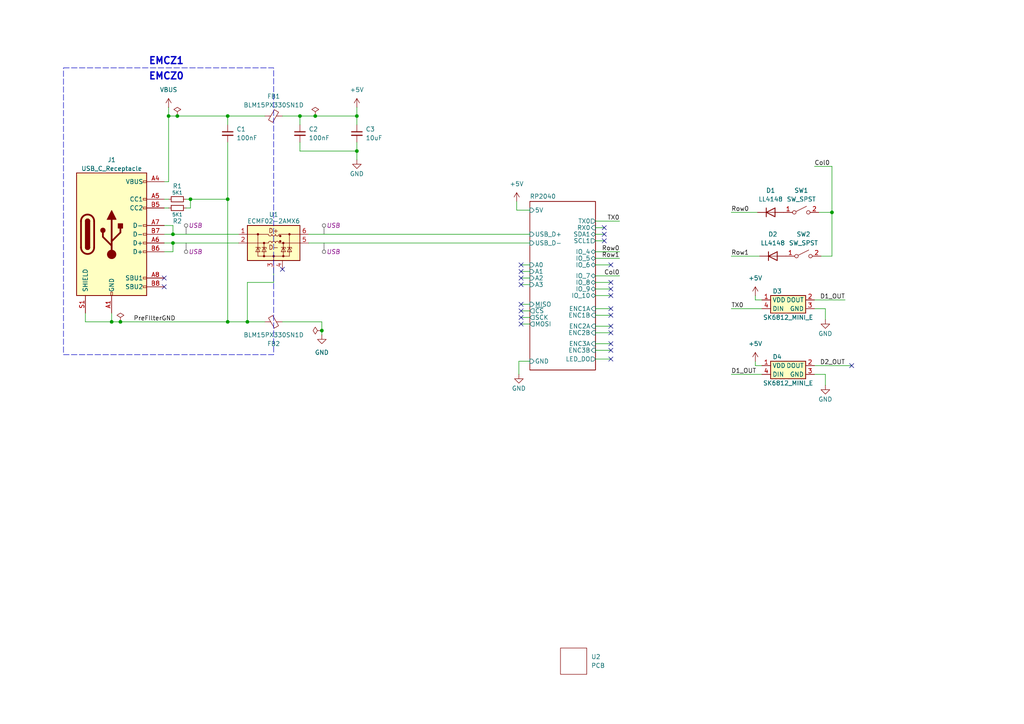
<source format=kicad_sch>
(kicad_sch (version 20231120) (generator "eeschema") (generator_version "8.0")
  (paper "A4")
  (title_block (title "Crumb Catcher") (date "2023-10-25") (rev "A") (company "MadMan"))
  (lib_symbols
    (symbol "Connector:USB_C_Receptacle_USB2.0_16P" (pin_names (offset 1.016))
      (property "Reference" "J" (at 0 22.225 0))
      (property "Value" "USB_C_Receptacle_USB2.0_16P" (at 0 19.685 0))
      (symbol "USB_C_Receptacle_USB2.0_16P_0_0"
        (rectangle (start -0.254 -17.78) (end 0.254 -16.764))
        (rectangle (start 10.16 -14.986) (end 9.144 -15.494))
        (rectangle (start 10.16 -12.446) (end 9.144 -12.954))
        (rectangle (start 10.16 -4.826) (end 9.144 -5.334))
        (rectangle (start 10.16 -2.286) (end 9.144 -2.794))
        (rectangle (start 10.16 0.254) (end 9.144 -0.254))
        (rectangle (start 10.16 2.794) (end 9.144 2.286))
        (rectangle (start 10.16 7.874) (end 9.144 7.366))
        (rectangle (start 10.16 10.414) (end 9.144 9.906))
        (rectangle (start 10.16 15.494) (end 9.144 14.986))
      )
      (symbol "USB_C_Receptacle_USB2.0_16P_0_1"
        (rectangle (start -10.16 17.78) (end 10.16 -17.78) (stroke (width 0.254)) (fill (type background)))
        (arc (start -8.89 -3.81) (mid -6.985 -5.7067) (end -5.08 -3.81) (stroke (width 0.508)))
        (arc (start -7.62 -3.81) (mid -6.985 -4.4423) (end -6.35 -3.81) (stroke (width 0.254)))
        (arc (start -7.62 -3.81) (mid -6.985 -4.4423) (end -6.35 -3.81) (stroke (width 0.254)) (fill (type outline)))
        (rectangle (start -7.62 -3.81) (end -6.35 3.81) (stroke (width 0.254)) (fill (type outline)))
        (arc (start -6.35 3.81) (mid -6.985 4.4423) (end -7.62 3.81) (stroke (width 0.254)))
        (arc (start -6.35 3.81) (mid -6.985 4.4423) (end -7.62 3.81) (stroke (width 0.254)) (fill (type outline)))
        (arc (start -5.08 3.81) (mid -6.985 5.7067) (end -8.89 3.81) (stroke (width 0.508)))
        (circle (center -2.54 1.143) (radius 0.635) (stroke (width 0.254)) (fill (type outline)))
        (circle (center 0 -5.842) (radius 1.27) (fill (type outline)))
        (polyline (pts (xy -8.89 -3.81) (xy -8.89 3.81)) (stroke (width 0.508)))
        (polyline (pts (xy -5.08 3.81) (xy -5.08 -3.81)) (stroke (width 0.508)))
        (polyline (pts (xy 0 -5.842) (xy 0 4.318)) (stroke (width 0.508)))
        (polyline (pts (xy 0 -3.302) (xy -2.54 -0.762) (xy -2.54 0.508)) (stroke (width 0.508)))
        (polyline (pts (xy 0 -2.032) (xy 2.54 0.508) (xy 2.54 1.778)) (stroke (width 0.508)))
        (polyline (pts (xy -1.27 4.318) (xy 0 6.858) (xy 1.27 4.318) (xy -1.27 4.318)) (stroke (width 0.254)) (fill (type outline)))
        (rectangle (start 1.905 1.778) (end 3.175 3.048) (stroke (width 0.254)) (fill (type outline)))
      )
      (symbol "USB_C_Receptacle_USB2.0_16P_1_1"
        (pin passive line (at 0 -22.86 90) (length 5.08) (name "GND") (number "A1"))
        (pin passive line (at 0 -22.86 90) (length 5.08) hide (name "GND") (number "A12"))
        (pin passive line (at 15.24 15.24 180) (length 5.08) (name "VBUS") (number "A4"))
        (pin bidirectional line (at 15.24 10.16 180) (length 5.08) (name "CC1") (number "A5"))
        (pin bidirectional line (at 15.24 -2.54 180) (length 5.08) (name "D+") (number "A6"))
        (pin bidirectional line (at 15.24 2.54 180) (length 5.08) (name "D-") (number "A7"))
        (pin bidirectional line (at 15.24 -12.7 180) (length 5.08) (name "SBU1") (number "A8"))
        (pin passive line (at 15.24 15.24 180) (length 5.08) hide (name "VBUS") (number "A9"))
        (pin passive line (at 0 -22.86 90) (length 5.08) hide (name "GND") (number "B1"))
        (pin passive line (at 0 -22.86 90) (length 5.08) hide (name "GND") (number "B12"))
        (pin passive line (at 15.24 15.24 180) (length 5.08) hide (name "VBUS") (number "B4"))
        (pin bidirectional line (at 15.24 7.62 180) (length 5.08) (name "CC2") (number "B5"))
        (pin bidirectional line (at 15.24 -5.08 180) (length 5.08) (name "D+") (number "B6"))
        (pin bidirectional line (at 15.24 0 180) (length 5.08) (name "D-") (number "B7"))
        (pin bidirectional line (at 15.24 -15.24 180) (length 5.08) (name "SBU2") (number "B8"))
        (pin passive line (at 15.24 15.24 180) (length 5.08) hide (name "VBUS") (number "B9"))
        (pin passive line (at -7.62 -22.86 90) (length 5.08) (name "SHIELD") (number "S1"))
      )
    )
    (symbol "Device:C_Small" (pin_numbers hide) (pin_names (offset 0.254) hide)
      (property "Reference" "C" (at 0.254 1.778 0))
      (property "Value" "C_Small" (at 0.254 -2.032 0))
      (symbol "C_Small_0_1"
        (polyline (pts (xy -1.524 -0.508) (xy 1.524 -0.508)) (stroke (width 0.3302)))
        (polyline (pts (xy -1.524 0.508) (xy 1.524 0.508)) (stroke (width 0.3048)))
      )
      (symbol "C_Small_1_1"
        (pin passive line (at 0 2.54 270) (length 2.032) (name "~") (number "1"))
        (pin passive line (at 0 -2.54 90) (length 2.032) (name "~") (number "2"))
      )
    )
    (symbol "Device:FerriteBead_Small" (pin_numbers hide) (pin_names (offset 0))
      (property "Reference" "FB" (at 1.905 1.27 0))
      (property "Value" "FerriteBead_Small" (at 1.905 -1.27 0))
      (symbol "FerriteBead_Small_0_1"
        (polyline (pts (xy 0 -1.27) (xy 0 -0.7874)))
        (polyline (pts (xy 0 0.889) (xy 0 1.2954)))
        (polyline (pts (xy -1.8288 0.2794) (xy -1.1176 1.4986) (xy 1.8288 -0.2032) (xy 1.1176 -1.4224) (xy -1.8288 0.2794)))
      )
      (symbol "FerriteBead_Small_1_1"
        (pin passive line (at 0 2.54 270) (length 1.27) (name "~") (number "1"))
        (pin passive line (at 0 -2.54 90) (length 1.27) (name "~") (number "2"))
      )
    )
    (symbol "Device:R_Small" (pin_numbers hide) (pin_names (offset 0.254) hide)
      (property "Reference" "R" (at 0.762 0.508 0))
      (property "Value" "R_Small" (at 0.762 -1.016 0))
      (symbol "R_Small_0_1"
        (rectangle (start -0.762 1.778) (end 0.762 -1.778) (stroke (width 0.2032)))
      )
      (symbol "R_Small_1_1"
        (pin passive line (at 0 2.54 270) (length 0.762) (name "~") (number "1"))
        (pin passive line (at 0 -2.54 90) (length 0.762) (name "~") (number "2"))
      )
    )
    (symbol "Diode:LL4148" (pin_numbers hide) (pin_names hide)
      (property "Reference" "D" (at 0 2.54 0))
      (property "Value" "LL4148" (at 0 -2.54 0))
      (symbol "LL4148_0_1"
        (polyline (pts (xy -1.27 1.27) (xy -1.27 -1.27)) (stroke (width 0.254)))
        (polyline (pts (xy 1.27 0) (xy -1.27 0)))
        (polyline (pts (xy 1.27 1.27) (xy 1.27 -1.27) (xy -1.27 0) (xy 1.27 1.27)) (stroke (width 0.254)))
      )
      (symbol "LL4148_1_1"
        (pin passive line (at -3.81 0 0) (length 2.54) (name "K") (number "1"))
        (pin passive line (at 3.81 0 180) (length 2.54) (name "A") (number "2"))
      )
    )
    (symbol "Mad_Symbols:PCB"
      (property "Reference" "U" (at -3.048 4.826 0))
      (property "Value" "PCB" (at 0 -4.826 0))
      (symbol "PCB_0_1"
        (rectangle (start -3.81 3.81) (end 3.81 -3.81))
      )
    )
    (symbol "Mad_Symbols:SK6812_Mini_E"
      (property "Reference" "D" (at -4.572 3.81 0))
      (symbol "SK6812_Mini_E_0_1"
        (rectangle (start -5.08 2.54) (end 5.08 -2.54) (stroke (width 0.254)) (fill (type background)))
      )
      (symbol "SK6812_Mini_E_1_1"
        (pin power_in line (at -7.62 1.27 0) (length 2.54) (name "VDD") (number "1"))
        (pin passive line (at 7.62 1.27 180) (length 2.54) (name "DOUT") (number "2"))
        (pin power_in line (at 7.62 -1.27 180) (length 2.54) (name "GND") (number "3"))
        (pin passive line (at -7.62 -1.27 0) (length 2.54) (name "DIN") (number "4"))
      )
    )
    (symbol "Power_Protection:ECMF02-2AMX6" (pin_names (offset 0.0254) hide)
      (property "Reference" "U" (at 0 10.16 0))
      (property "Value" "ECMF02-2AMX6" (at 0 7.62 0))
      (symbol "ECMF02-2AMX6_0_1"
        (rectangle (start -7.62 5.08) (end 7.62 -5.08) (stroke (width 0.254)) (fill (type background)))
        (arc (start -1.524 2.5023) (mid -1.016 2.0306) (end -0.508 2.5023))
        (arc (start -0.508 0.0377) (mid -1.016 0.5094) (end -1.524 0.0377))
        (arc (start -0.508 2.5023) (mid 0 2.0306) (end 0.508 2.5023))
        (polyline (pts (xy -7.62 0) (xy -1.524 0)))
        (polyline (pts (xy -7.62 2.54) (xy -1.524 2.54)))
        (polyline (pts (xy -4.572 -3.81) (xy 4.572 -3.81)))
        (polyline (pts (xy -4.572 2.54) (xy -4.572 -3.81)))
        (polyline (pts (xy -2.794 0) (xy -2.794 -3.81)))
        (polyline (pts (xy 0 -5.08) (xy 0 -3.81)))
        (polyline (pts (xy 2.54 0) (xy 1.524 0)))
        (polyline (pts (xy 2.54 0) (xy 7.62 0)))
        (polyline (pts (xy 2.54 2.54) (xy 1.524 2.54)))
        (polyline (pts (xy 2.54 2.54) (xy 7.62 2.54)))
        (polyline (pts (xy 2.794 0) (xy 2.794 -3.81)))
        (polyline (pts (xy 4.572 2.54) (xy 4.572 -3.81)))
        (arc (start 0.508 0.0377) (mid 0 0.5094) (end -0.508 0.0377))
        (arc (start 0.508 2.5023) (mid 1.016 2.0306) (end 1.524 2.5023))
        (arc (start 1.524 0.0377) (mid 1.016 0.5094) (end 0.508 0.0377))
        (text "D+" (at 0 3.556 0) (effects (font (size 1.27 1.27))))
        (text "D-" (at 0 -1.27 0) (effects (font (size 1.27 1.27))))
      )
      (symbol "ECMF02-2AMX6_1_1"
        (circle (center -4.572 2.54) (radius 0.254) (fill (type outline)))
        (circle (center -2.794 -3.81) (radius 0.254) (fill (type outline)))
        (circle (center -2.794 0) (radius 0.254) (fill (type outline)))
        (circle (center 0 -3.81) (radius 0.254) (fill (type outline)))
        (polyline (pts (xy -3.937 -1.651) (xy -3.937 -1.27) (xy -5.207 -1.27)))
        (polyline (pts (xy -2.159 -1.651) (xy -2.159 -1.27) (xy -3.429 -1.27)))
        (polyline (pts (xy 3.429 -1.651) (xy 3.429 -1.27) (xy 2.159 -1.27)))
        (polyline (pts (xy 5.207 -1.651) (xy 5.207 -1.27) (xy 3.937 -1.27)))
        (polyline (pts (xy -5.207 -2.54) (xy -3.937 -2.54) (xy -4.572 -1.27) (xy -5.207 -2.54)))
        (polyline (pts (xy -3.429 -2.54) (xy -2.159 -2.54) (xy -2.794 -1.27) (xy -3.429 -2.54)))
        (polyline (pts (xy 3.429 -2.54) (xy 2.159 -2.54) (xy 2.794 -1.27) (xy 3.429 -2.54)))
        (polyline (pts (xy 5.207 -2.54) (xy 3.937 -2.54) (xy 4.572 -1.27) (xy 5.207 -2.54)))
        (circle (center 1.905 0.508) (radius 0.254) (fill (type outline)))
        (circle (center 1.905 2.032) (radius 0.254) (fill (type outline)))
        (circle (center 2.794 -3.81) (radius 0.254) (fill (type outline)))
        (circle (center 2.794 0) (radius 0.254) (fill (type outline)))
        (circle (center 4.572 2.54) (radius 0.254) (fill (type outline)))
        (pin passive line (at -10.16 2.54 0) (length 2.54) (name "D+_in") (number "1"))
        (pin passive line (at -10.16 0 0) (length 2.54) (name "D-_in") (number "2"))
        (pin power_in line (at 0 -7.62 90) (length 2.54) (name "GND") (number "3"))
        (pin free line (at 2.54 -7.62 90) (length 2.54) (name "NC") (number "4"))
        (pin passive line (at 10.16 0 180) (length 2.54) (name "D-_out") (number "5"))
        (pin passive line (at 10.16 2.54 180) (length 2.54) (name "D+_out") (number "6"))
      )
    )
    (symbol "Switch:SW_SPST" (pin_names (offset 0) hide)
      (property "Reference" "SW" (at 0 3.175 0))
      (property "Value" "SW_SPST" (at 0 -2.54 0))
      (symbol "SW_SPST_0_0"
        (circle (center -2.032 0) (radius 0.508))
        (polyline (pts (xy -1.524 0.254) (xy 1.524 1.778)))
        (circle (center 2.032 0) (radius 0.508))
      )
      (symbol "SW_SPST_1_1"
        (pin passive line (at -5.08 0 0) (length 2.54) (name "A") (number "1"))
        (pin passive line (at 5.08 0 180) (length 2.54) (name "B") (number "2"))
      )
    )
    (symbol "power:+5V" (power) (pin_numbers hide) (pin_names (offset 0) hide)
      (property "Value" "+5V" (at 0 3.556 0))
      (symbol "+5V_0_1"
        (polyline (pts (xy -0.762 1.27) (xy 0 2.54)))
        (polyline (pts (xy 0 0) (xy 0 2.54)))
        (polyline (pts (xy 0 2.54) (xy 0.762 1.27)))
      )
      (symbol "+5V_1_1"
        (pin power_in line (at 0 0 90) (length 0) (name "~") (number "1"))
      )
    )
    (symbol "power:GND" (power) (pin_numbers hide) (pin_names (offset 0) hide)
      (property "Value" "GND" (at 0 -3.81 0))
      (symbol "GND_0_1"
        (polyline (pts (xy 0 0) (xy 0 -1.27) (xy 1.27 -1.27) (xy 0 -2.54) (xy -1.27 -1.27) (xy 0 -1.27)))
      )
      (symbol "GND_1_1"
        (pin power_in line (at 0 0 270) (length 0) (name "~") (number "1"))
      )
    )
    (symbol "power:PWR_FLAG" (power) (pin_numbers hide) (pin_names (offset 0) hide)
      (property "Value" "PWR_FLAG" (at 0 3.81 0))
      (symbol "PWR_FLAG_0_0"
        (pin power_out line (at 0 0 90) (length 0) (name "~") (number "1"))
      )
      (symbol "PWR_FLAG_0_1"
        (polyline (pts (xy 0 0) (xy 0 1.27) (xy -1.016 1.905) (xy 0 2.54) (xy 1.016 1.905) (xy 0 1.27)))
      )
    )
    (symbol "power:VBUS" (power) (pin_numbers hide) (pin_names (offset 0) hide)
      (property "Value" "VBUS" (at 0 3.556 0))
      (symbol "VBUS_0_1"
        (polyline (pts (xy -0.762 1.27) (xy 0 2.54)))
        (polyline (pts (xy 0 0) (xy 0 2.54)))
        (polyline (pts (xy 0 2.54) (xy 0.762 1.27)))
      )
      (symbol "VBUS_1_1"
        (pin power_in line (at 0 0 90) (length 0) (name "~") (number "1"))
      )
    )
  )
  (junction (at 103.505 43.815))
  (junction (at 66.04 93.345))
  (junction (at 34.925 93.345))
  (junction (at 103.505 33.655))
  (junction (at 55.245 57.785))
  (junction (at 50.165 67.945))
  (junction (at 32.385 93.345))
  (junction (at 66.04 33.655))
  (junction (at 241.3 61.595))
  (junction (at 51.435 33.655))
  (junction (at 91.44 33.655))
  (junction (at 66.04 57.785))
  (junction (at 48.895 33.655))
  (junction (at 93.345 95.885))
  (junction (at 86.995 33.655))
  (junction (at 71.755 93.345))
  (junction (at 50.165 70.485))
  (no_connect (at 177.165 96.52))
  (no_connect (at 151.13 88.265))
  (no_connect (at 177.165 99.695))
  (no_connect (at 175.26 67.945))
  (no_connect (at 177.165 76.835))
  (no_connect (at 47.625 80.645))
  (no_connect (at 151.13 90.17))
  (no_connect (at 151.13 78.74))
  (no_connect (at 47.625 83.185))
  (no_connect (at 151.13 92.075))
  (no_connect (at 151.13 93.98))
  (no_connect (at 177.165 91.44))
  (no_connect (at 151.13 80.645))
  (no_connect (at 177.165 81.915))
  (no_connect (at 177.165 104.14))
  (no_connect (at 177.165 85.725))
  (no_connect (at 177.165 94.615))
  (no_connect (at 151.13 76.835))
  (no_connect (at 175.26 66.04))
  (no_connect (at 177.165 89.535))
  (no_connect (at 177.165 101.6))
  (no_connect (at 247.015 106.045))
  (no_connect (at 175.26 69.85))
  (no_connect (at 177.165 83.82))
  (no_connect (at 151.13 82.55))
  (no_connect (at 81.915 78.105))
  (wire (pts (xy 79.375 81.915) (xy 71.755 81.915)))
  (wire (pts (xy 91.44 33.655) (xy 103.505 33.655)))
  (wire (pts (xy 93.345 95.885) (xy 93.345 97.155)))
  (wire (pts (xy 241.3 61.595) (xy 237.49 61.595)))
  (wire (pts (xy 55.245 57.785) (xy 66.04 57.785)))
  (wire (pts (xy 150.495 108.585) (xy 150.495 104.775)))
  (wire (pts (xy 81.915 93.345) (xy 93.345 93.345)))
  (wire (pts (xy 24.765 93.345) (xy 24.765 90.805)))
  (wire (pts (xy 153.67 80.645) (xy 151.13 80.645)))
  (wire (pts (xy 239.395 92.71) (xy 239.395 89.535)))
  (wire (pts (xy 172.72 73.025) (xy 179.705 73.025)))
  (wire (pts (xy 172.72 96.52) (xy 177.165 96.52)))
  (wire (pts (xy 219.075 85.725) (xy 219.075 86.995)))
  (wire (pts (xy 66.04 36.195) (xy 66.04 33.655)))
  (wire (pts (xy 236.22 106.045) (xy 247.015 106.045)))
  (wire (pts (xy 47.625 65.405) (xy 50.165 65.405)))
  (wire (pts (xy 51.435 33.655) (xy 66.04 33.655)))
  (wire (pts (xy 219.075 106.045) (xy 220.98 106.045)))
  (wire (pts (xy 66.04 41.275) (xy 66.04 57.785)))
  (wire (pts (xy 236.22 86.995) (xy 245.11 86.995)))
  (wire (pts (xy 172.72 74.93) (xy 179.705 74.93)))
  (wire (pts (xy 172.72 80.01) (xy 179.705 80.01)))
  (wire (pts (xy 55.245 60.325) (xy 53.975 60.325)))
  (wire (pts (xy 172.72 94.615) (xy 177.165 94.615)))
  (wire (pts (xy 239.395 111.76) (xy 239.395 108.585)))
  (wire (pts (xy 172.72 69.85) (xy 175.26 69.85)))
  (wire (pts (xy 91.44 33.655) (xy 86.995 33.655)))
  (wire (pts (xy 149.86 58.42) (xy 149.86 60.96)))
  (wire (pts (xy 50.165 65.405) (xy 50.165 67.945)))
  (wire (pts (xy 236.22 108.585) (xy 239.395 108.585)))
  (wire (pts (xy 153.67 88.265) (xy 151.13 88.265)))
  (wire (pts (xy 50.165 67.945) (xy 69.215 67.945)))
  (wire (pts (xy 172.72 89.535) (xy 177.165 89.535)))
  (wire (pts (xy 153.67 76.835) (xy 151.13 76.835)))
  (wire (pts (xy 81.915 33.655) (xy 86.995 33.655)))
  (wire (pts (xy 71.755 81.915) (xy 71.755 93.345)))
  (wire (pts (xy 241.3 74.295) (xy 238.125 74.295)))
  (wire (pts (xy 172.72 66.04) (xy 175.26 66.04)))
  (wire (pts (xy 241.3 61.595) (xy 241.3 74.295)))
  (wire (pts (xy 86.995 43.815) (xy 103.505 43.815)))
  (wire (pts (xy 153.67 92.075) (xy 151.13 92.075)))
  (wire (pts (xy 172.72 91.44) (xy 177.165 91.44)))
  (wire (pts (xy 103.505 31.115) (xy 103.505 33.655)))
  (wire (pts (xy 48.895 52.705) (xy 48.895 33.655)))
  (wire (pts (xy 172.72 99.695) (xy 177.165 99.695)))
  (wire (pts (xy 89.535 70.485) (xy 153.67 70.485)))
  (wire (pts (xy 24.765 93.345) (xy 32.385 93.345)))
  (wire (pts (xy 66.04 33.655) (xy 76.835 33.655)))
  (wire (pts (xy 86.995 36.195) (xy 86.995 33.655)))
  (wire (pts (xy 149.86 60.96) (xy 153.67 60.96)))
  (wire (pts (xy 34.925 93.345) (xy 66.04 93.345)))
  (wire (pts (xy 172.72 64.135) (xy 179.705 64.135)))
  (wire (pts (xy 66.04 93.345) (xy 71.755 93.345)))
  (wire (pts (xy 47.625 57.785) (xy 48.895 57.785)))
  (wire (pts (xy 236.22 89.535) (xy 239.395 89.535)))
  (wire (pts (xy 150.495 104.775) (xy 153.67 104.775)))
  (wire (pts (xy 71.755 93.345) (xy 76.835 93.345)))
  (wire (pts (xy 153.67 78.74) (xy 151.13 78.74)))
  (wire (pts (xy 47.625 52.705) (xy 48.895 52.705)))
  (wire (pts (xy 86.995 41.275) (xy 86.995 43.815)))
  (wire (pts (xy 53.975 57.785) (xy 55.245 57.785)))
  (wire (pts (xy 219.075 104.775) (xy 219.075 106.045)))
  (wire (pts (xy 172.72 67.945) (xy 175.26 67.945)))
  (wire (pts (xy 172.72 104.14) (xy 177.165 104.14)))
  (wire (pts (xy 103.505 43.815) (xy 103.505 41.275)))
  (wire (pts (xy 153.67 93.98) (xy 151.13 93.98)))
  (wire (pts (xy 79.375 78.105) (xy 79.375 81.915)))
  (wire (pts (xy 172.72 85.725) (xy 177.165 85.725)))
  (wire (pts (xy 172.72 83.82) (xy 177.165 83.82)))
  (wire (pts (xy 32.385 90.805) (xy 32.385 93.345)))
  (wire (pts (xy 212.09 89.535) (xy 220.98 89.535)))
  (wire (pts (xy 172.72 81.915) (xy 177.165 81.915)))
  (wire (pts (xy 153.67 82.55) (xy 151.13 82.55)))
  (wire (pts (xy 89.535 67.945) (xy 153.67 67.945)))
  (wire (pts (xy 66.04 57.785) (xy 66.04 93.345)))
  (wire (pts (xy 103.505 43.815) (xy 103.505 46.355)))
  (wire (pts (xy 219.075 86.995) (xy 220.98 86.995)))
  (wire (pts (xy 153.67 90.17) (xy 151.13 90.17)))
  (wire (pts (xy 212.09 61.595) (xy 219.71 61.595)))
  (wire (pts (xy 50.165 73.025) (xy 50.165 70.485)))
  (wire (pts (xy 47.625 60.325) (xy 48.895 60.325)))
  (wire (pts (xy 50.165 70.485) (xy 69.215 70.485)))
  (wire (pts (xy 172.72 76.835) (xy 177.165 76.835)))
  (wire (pts (xy 55.245 57.785) (xy 55.245 60.325)))
  (wire (pts (xy 32.385 93.345) (xy 34.925 93.345)))
  (wire (pts (xy 48.895 33.655) (xy 51.435 33.655)))
  (wire (pts (xy 47.625 67.945) (xy 50.165 67.945)))
  (wire (pts (xy 47.625 73.025) (xy 50.165 73.025)))
  (wire (pts (xy 236.22 48.26) (xy 241.3 48.26)))
  (wire (pts (xy 212.09 108.585) (xy 220.98 108.585)))
  (wire (pts (xy 48.895 31.115) (xy 48.895 33.655)))
  (wire (pts (xy 212.09 74.295) (xy 220.345 74.295)))
  (wire (pts (xy 103.505 33.655) (xy 103.505 36.195)))
  (wire (pts (xy 241.3 48.26) (xy 241.3 61.595)))
  (wire (pts (xy 47.625 70.485) (xy 50.165 70.485)))
  (wire (pts (xy 93.345 93.345) (xy 93.345 95.885)))
  (wire (pts (xy 172.72 101.6) (xy 177.165 101.6)))
  (rectangle (start 18.415 19.685) (end 79.375 102.87) (stroke (width 0) (type dash)))
  (text "EMCZ1" (at 48.26 17.78 0) (effects (font (size 2 2) (thickness 0.4) (bold yes))))
  (text "EMCZ0" (at 48.26 22.225 0) (effects (font (size 2 2) (thickness 0.4) (bold yes))))
  (label "PreFIlterGND" (at 38.735 93.345 0))
  (label "TX0" (at 212.09 89.535 0))
  (label "Row0" (at 212.09 61.595 0))
  (label "TX0" (at 179.705 64.135 180))
  (label "Col0" (at 236.22 48.26 0))
  (label "Row1" (at 179.705 74.93 180))
  (label "Col0" (at 179.705 80.01 180))
  (label "Row0" (at 179.705 73.025 180))
  (label "D1_OUT" (at 245.11 86.995 180))
  (label "D2_OUT" (at 245.11 106.045 180))
  (label "Row1" (at 212.09 74.295 0))
  (label "D1_OUT" (at 212.09 108.585 0))
  (netclass_flag "" (length 2.54) (shape round) (at 93.98 67.945 0) (property "Netclass" "USB" (at 94.6785 65.405 0) (effects (font (italic yes)) (justify left))))
  (netclass_flag "" (length 2.54) (shape round) (at 53.975 70.485 180) (property "Netclass" "USB" (at 54.6735 73.025 0) (effects (font (italic yes)) (justify left))))
  (netclass_flag "" (length 2.54) (shape round) (at 93.98 70.485 180) (property "Netclass" "USB" (at 94.6785 73.025 0) (effects (font (italic yes)) (justify left))))
  (netclass_flag "" (length 2.54) (shape round) (at 53.975 67.945 0) (property "Netclass" "USB" (at 54.6735 65.405 0) (effects (font (italic yes)) (justify left))))
  (symbol (lib_id "Mad_Symbols:SK6812_Mini_E") (at 228.6 88.265 0) (unit 1)
    (property "Reference" "D3" (at 225.425 84.455 0))
    (property "Value" "SK6812_MINI_E" (at 228.6 92.075 0))
    (property "Footprint" "Mad_Footprints:SK6812_mini_e" (effects (hide yes)))
    (property "Datasheet" "https://cdn-shop.adafruit.com/product-files/4960/4960_SK6812MINI-E_REV02_EN.pdf" (effects (hide yes)))
    (property "Description" "SMD RGB LEDs(Built-in IC) ROHS" (effects (hide yes)))
    (property "LCSC" "C965556" (effects (hide yes)))
    (property "MPN " "SK6812_MINI_E" (effects (hide yes)))
    (property "Manufacturer" "Worldsemi " (effects (hide yes)))
    (property "JLC Basic" "N" (effects (hide yes)))
    (property "Substitute" "N" (effects (hide yes)))
    (property "Price" "$0.44" (effects (hide yes)))
    (property "Rating" " 3.7...5.3V" (effects (hide yes)))
    (property "Supplier" "LCSC" (effects (hide yes)))
    (property "Supplier PN" "C5149201 " (effects (hide yes)))
    (property "MPN" "SK6812MINI-E" (effects (hide yes)))
  )
  (symbol (lib_id "power:+5V") (at 219.075 85.725 0) (unit 1)
    (property "Reference" "#PWR07" (effects (hide yes)))
    (property "Value" "+5V" (at 219.075 80.645 0))
    (property "Description" "Power symbol creates a global label with name \"+5V\"" (effects (hide yes)))
  )
  (symbol (lib_id "power:GND") (at 93.345 97.155 0) (unit 1)
    (property "Reference" "#PWR02" (effects (hide yes)))
    (property "Value" "GND" (at 93.345 102.235 0))
    (property "Description" "Power symbol creates a global label with name \"GND\" , ground" (effects (hide yes)))
  )
  (symbol (lib_id "Device:C_Small") (at 103.505 38.735 0) (unit 1)
    (property "Reference" "C3" (at 106.045 37.4712 0) (effects (justify left)))
    (property "Value" "10uF" (at 106.045 40.0112 0) (effects (justify left)))
    (property "Footprint" "Capacitor_SMD:C_0805_2012Metric" (effects (hide yes)))
    (property "Datasheet" "https://www.yageo.com/upload/media/product/app/datasheet/mlcc/upy-gphc_x5r_4v-to-50v.pdf" (effects (hide yes)))
    (property "Description" "10 µF ±10% 25V Ceramic Capacitor X5R 0805 (2012 Metric)" (effects (hide yes)))
    (property "Price" "$0.47" (effects (hide yes)))
    (property "Rating" "CAP CER 10UF 25V X5R 0805" (effects (hide yes)))
    (property "Supplier" "Digikey" (effects (hide yes)))
    (property "Supplier PN" "311-1869-1-ND" (effects (hide yes)))
    (property "Manufacturer" "YAGEO" (effects (hide yes)))
    (property "MPN" "CC0805KKX5R8BB106" (effects (hide yes)))
  )
  (symbol (lib_id "power:PWR_FLAG") (at 34.925 93.345 0) (unit 1)
    (property "Reference" "#FLG01" (effects (hide yes)))
    (property "Value" "PWR_FLAG" (effects (hide yes)))
    (property "Description" "Special symbol for telling ERC where power comes from" (effects (hide yes)))
  )
  (symbol (lib_id "Switch:SW_SPST") (at 232.41 61.595 0) (unit 1)
    (property "Reference" "SW1" (at 232.41 55.245 0))
    (property "Value" "SW_SPST" (at 232.41 57.785 0))
    (property "Footprint" "Mad_Footprints:SW_Hotswap_Kailh_MX_1.00u" (effects (hide yes)))
    (property "Datasheet" "https://mm.digikey.com/Volume0/opasdata/d220001/medias/docus/5062/4958_Web.pdf" (effects (hide yes)))
    (property "Description" "Switch Socket" (effects (hide yes)))
    (property "MPN" "4958" (effects (hide yes)))
    (property "Manufacturer" "Adafruit Industries LLC" (effects (hide yes)))
    (property "Price" "$0.394" (effects (hide yes)))
    (property "Rating" "KAILH SW SKTS FOR MX-COMP 1=20PC" (effects (hide yes)))
    (property "Supplier" "Digikey" (effects (hide yes)))
    (property "Supplier PN" "1528-4958-ND" (effects (hide yes)))
  )
  (symbol (lib_id "power:+5V") (at 149.86 58.42 0) (unit 1)
    (property "Reference" "#PWR05" (effects (hide yes)))
    (property "Value" "+5V" (at 149.86 53.34 0))
    (property "Description" "Power symbol creates a global label with name \"+5V\"" (effects (hide yes)))
  )
  (symbol (lib_id "Connector:USB_C_Receptacle_USB2.0_16P") (at 32.385 67.945 0) (unit 1)
    (property "Reference" "J1" (at 32.385 46.355 0))
    (property "Value" "USB_C_Receptacle" (at 32.385 48.895 0))
    (property "Footprint" "Connector_USB:USB_C_Receptacle_GCT_USB4105-xx-A_16P_TopMnt_Horizontal" (effects (hide yes)))
    (property "Datasheet" "https://www.usb.org/sites/default/files/documents/usb_type-c.zip" (effects (hide yes)))
    (property "Description" "USB 2.0-only 16P Type-C Receptacle connector" (effects (hide yes)))
    (property "Price" "$1.29 " (effects (hide yes)))
    (property "Rating" "CONN RCP USB2.0 TYP C 24P SMD RA" (effects (hide yes)))
    (property "Supplier" "Digikey" (effects (hide yes)))
    (property "Supplier PN" "2073-USB4105-GF-ACT-ND" (effects (hide yes)))
    (property "Manufacturer" "GCT" (effects (hide yes)))
    (property "MPN" "USB4105" (effects (hide yes)))
  )
  (symbol (lib_id "Device:C_Small") (at 66.04 38.735 0) (unit 1)
    (property "Reference" "C1" (at 68.58 37.4712 0) (effects (justify left)))
    (property "Value" "100nF" (at 68.58 40.0112 0) (effects (justify left)))
    (property "Footprint" "Capacitor_SMD:C_0402_1005Metric" (effects (hide yes)))
    (property "Datasheet" "https://www.yageo.com/upload/media/product/productsearch/datasheet/mlcc/UPY-GPHC_X7R_6.3V-to-250V_24.pdf" (effects (hide yes)))
    (property "Description" "0.1 µF ±10% 25V Ceramic Capacitor X7R 0402 (1005 Metric)" (effects (hide yes)))
    (property "Price" "$0.17" (effects (hide yes)))
    (property "Rating" "CAP 0402 50V 100 NF X7R" (effects (hide yes)))
    (property "Supplier" "Digikey" (effects (hide yes)))
    (property "Supplier PN" "13-CC0402KPX7R9BB104CT-ND" (effects (hide yes)))
    (property "Manufacturer" "YAGEO" (effects (hide yes)))
    (property "MPN" "CC0402KPX7R9BB104" (effects (hide yes)))
  )
  (symbol (lib_id "Mad_Symbols:SK6812_Mini_E") (at 228.6 107.315 0) (unit 1)
    (property "Reference" "D4" (at 225.425 103.505 0))
    (property "Value" "SK6812_MINI_E" (at 228.6 111.125 0))
    (property "Footprint" "Mad_Footprints:SK6812_mini_e" (effects (hide yes)))
    (property "Datasheet" "https://cdn-shop.adafruit.com/product-files/4960/4960_SK6812MINI-E_REV02_EN.pdf" (effects (hide yes)))
    (property "Description" "SMD RGB LEDs(Built-in IC) ROHS" (effects (hide yes)))
    (property "LCSC" "C965556" (effects (hide yes)))
    (property "MPN " "WS2812C-2020" (effects (hide yes)))
    (property "Manufacturer" "Worldsemi " (effects (hide yes)))
    (property "JLC Basic" "N" (effects (hide yes)))
    (property "Substitute" "N" (effects (hide yes)))
    (property "Price" "$0.44" (effects (hide yes)))
    (property "Rating" " 3.7...5.3V" (effects (hide yes)))
    (property "Supplier" "LCSC" (effects (hide yes)))
    (property "Supplier PN" "C5149201 " (effects (hide yes)))
    (property "MPN" "SK6812MINI-E" (effects (hide yes)))
  )
  (symbol (lib_id "Diode:LL4148") (at 223.52 61.595 0) (unit 1)
    (property "Reference" "D1" (at 223.52 55.245 0))
    (property "Value" "LL4148" (at 223.52 57.785 0))
    (property "Footprint" "Diode_SMD:D_MiniMELF" (effects (hide yes)))
    (property "Datasheet" "http://www.vishay.com/docs/85557/ll4148.pdf" (effects (hide yes)))
    (property "Description" "Diode 100 V 200mA Surface Mount SOD-80" (effects (hide yes)))
    (property "Price" "$0.18 " (effects (hide yes)))
    (property "Rating" "DIODE GEN PURP 100V 200MA SOD80" (effects (hide yes)))
    (property "Supplier" "Digikey" (effects (hide yes)))
    (property "Supplier PN" "LL4148FSCT-ND" (effects (hide yes)))
    (property "Manufacturer" "onsemi" (effects (hide yes)))
    (property "MPN" "LL4148" (effects (hide yes)))
  )
  (symbol (lib_id "Switch:SW_SPST") (at 233.045 74.295 0) (unit 1)
    (property "Reference" "SW2" (at 233.045 67.945 0))
    (property "Value" "SW_SPST" (at 233.045 70.485 0))
    (property "Footprint" "Mad_Footprints:SW_Hotswap_Kailh_MX_1.00u" (effects (hide yes)))
    (property "Datasheet" "https://mm.digikey.com/Volume0/opasdata/d220001/medias/docus/5062/4958_Web.pdf" (effects (hide yes)))
    (property "Description" "Switch Socket" (effects (hide yes)))
    (property "MPN" "4958" (effects (hide yes)))
    (property "Manufacturer" "Adafruit Industries LLC" (effects (hide yes)))
    (property "Price" "$0.394" (effects (hide yes)))
    (property "Rating" "KAILH SW SKTS FOR MX-COMP 1=20PC" (effects (hide yes)))
    (property "Supplier" "Digikey" (effects (hide yes)))
    (property "Supplier PN" "1528-4958-ND" (effects (hide yes)))
  )
  (symbol (lib_id "Device:FerriteBead_Small") (at 79.375 93.345 90) (mirror x) (unit 1)
    (property "Reference" "FB2" (at 79.375 99.695 90))
    (property "Value" "BLM15PX330SN1D" (at 79.375 97.155 90))
    (property "Footprint" "Inductor_SMD:L_0402_1005Metric" (effects (hide yes)))
    (property "Datasheet" "https://www.murata.com/en-us/products/productdata/8796740059166/ENFA0018.pdf" (effects (hide yes)))
    (property "Description" "33 Ohms 1 Power Line Ferrite Bead 0402 (1005 Metric) 3A 22mOhm" (effects (hide yes)))
    (property "Price" "$0.16" (effects (hide yes)))
    (property "Rating" "FERRITE BEAD 33 OHM 0402 1LN" (effects (hide yes)))
    (property "Supplier" "Digikey" (effects (hide yes)))
    (property "Supplier PN" "490-10661-1-ND" (effects (hide yes)))
    (property "Manufacturer" "Murata Electronics" (effects (hide yes)))
    (property "MPN" "BLM15PX330SN1D" (effects (hide yes)))
  )
  (symbol (lib_id "Diode:LL4148") (at 224.155 74.295 0) (unit 1)
    (property "Reference" "D2" (at 224.155 67.945 0))
    (property "Value" "LL4148" (at 224.155 70.485 0))
    (property "Footprint" "Diode_SMD:D_MiniMELF" (effects (hide yes)))
    (property "Datasheet" "http://www.vishay.com/docs/85557/ll4148.pdf" (effects (hide yes)))
    (property "Description" "Diode 100 V 200mA Surface Mount SOD-80" (effects (hide yes)))
    (property "Price" "$0.18 " (effects (hide yes)))
    (property "Rating" "DIODE GEN PURP 100V 200MA SOD80" (effects (hide yes)))
    (property "Supplier" "Digikey" (effects (hide yes)))
    (property "Supplier PN" "LL4148FSCT-ND" (effects (hide yes)))
    (property "Manufacturer" "onsemi" (effects (hide yes)))
    (property "MPN" "LL4148" (effects (hide yes)))
  )
  (symbol (lib_id "Device:C_Small") (at 86.995 38.735 0) (unit 1)
    (property "Reference" "C2" (at 89.535 37.4712 0) (effects (justify left)))
    (property "Value" "100nF" (at 89.535 40.0112 0) (effects (justify left)))
    (property "Footprint" "Capacitor_SMD:C_0402_1005Metric" (effects (hide yes)))
    (property "Datasheet" "https://www.yageo.com/upload/media/product/productsearch/datasheet/mlcc/UPY-GPHC_X7R_6.3V-to-250V_24.pdf" (effects (hide yes)))
    (property "Description" "0.1 µF ±10% 25V Ceramic Capacitor X7R 0402 (1005 Metric)" (effects (hide yes)))
    (property "Price" "$0.17" (effects (hide yes)))
    (property "Rating" "CAP 0402 50V 100 NF X7R" (effects (hide yes)))
    (property "Supplier" "Digikey" (effects (hide yes)))
    (property "Supplier PN" "13-CC0402KPX7R9BB104CT-ND" (effects (hide yes)))
    (property "Manufacturer" "YAGEO" (effects (hide yes)))
    (property "MPN" "CC0402KPX7R9BB104" (effects (hide yes)))
  )
  (symbol (lib_id "Mad_Symbols:PCB") (at 166.37 191.77 0) (unit 1)
    (property "Reference" "U2" (at 171.45 190.4999 0) (effects (justify left)))
    (property "Value" "PCB" (at 171.45 193.0399 0) (effects (justify left)))
    (property "Footprint" "Mad_Footprints:BOM" (effects (hide yes)))
  )
  (symbol (lib_id "power:PWR_FLAG") (at 93.345 95.885 90) (unit 1)
    (property "Reference" "#FLG04" (effects (hide yes)))
    (property "Value" "PWR_FLAG" (effects (hide yes)))
    (property "Description" "Special symbol for telling ERC where power comes from" (effects (hide yes)))
  )
  (symbol (lib_id "power:VBUS") (at 48.895 31.115 0) (unit 1)
    (property "Reference" "#PWR01" (effects (hide yes)))
    (property "Value" "VBUS" (at 48.895 26.035 0))
    (property "Description" "Power symbol creates a global label with name \"VBUS\"" (effects (hide yes)))
  )
  (symbol (lib_id "power:+5V") (at 103.505 31.115 0) (unit 1)
    (property "Reference" "#PWR03" (effects (hide yes)))
    (property "Value" "+5V" (at 103.505 26.035 0))
    (property "Description" "Power symbol creates a global label with name \"+5V\"" (effects (hide yes)))
  )
  (symbol (lib_id "power:GND") (at 103.505 46.355 0) (unit 1)
    (property "Reference" "#PWR04" (effects (hide yes)))
    (property "Value" "GND" (at 105.537 50.419 0) (effects (justify right)))
    (property "Description" "Power symbol creates a global label with name \"GND\" , ground" (effects (hide yes)))
  )
  (symbol (lib_id "power:PWR_FLAG") (at 51.435 33.655 0) (unit 1)
    (property "Reference" "#FLG02" (effects (hide yes)))
    (property "Value" "PWR_FLAG" (effects (hide yes)))
    (property "Description" "Special symbol for telling ERC where power comes from" (effects (hide yes)))
  )
  (symbol (lib_id "power:GND") (at 239.395 111.76 0) (unit 1)
    (property "Reference" "#PWR010" (effects (hide yes)))
    (property "Value" "GND" (at 241.427 115.824 0) (effects (justify right)))
    (property "Description" "Power symbol creates a global label with name \"GND\" , ground" (effects (hide yes)))
  )
  (symbol (lib_id "Device:R_Small") (at 51.435 60.325 90) (unit 1)
    (property "Reference" "R2" (at 51.435 64.135 90))
    (property "Value" "5K1" (at 51.435 62.23 90) (effects (font (size 1 1))))
    (property "Footprint" "Resistor_SMD:R_0402_1005Metric" (effects (hide yes)))
    (property "Datasheet" "https://www.yageo.com/upload/media/product/products/datasheet/rchip/PYu-RC_Group_51_RoHS_L_12.pdf" (effects (hide yes)))
    (property "Description" "5.1 kOhms ±1% 0.063W, 1/16W Chip Resistor 0402 (1005 Metric) Moisture Resistant Thick Film" (effects (hide yes)))
    (property "Price" "$0.16 " (effects (hide yes)))
    (property "Rating" "RES 5.1K OHM 1% 1/16W 0402" (effects (hide yes)))
    (property "Supplier" "Digikey" (effects (hide yes)))
    (property "Supplier PN" "311-5.10KLRCT-ND" (effects (hide yes)))
    (property "Manufacturer" "YAGEO" (effects (hide yes)))
    (property "MPN" "RC0402FR-075K1L" (effects (hide yes)))
  )
  (symbol (lib_id "Power_Protection:ECMF02-2AMX6") (at 79.375 70.485 0) (unit 1)
    (property "Reference" "U1" (at 79.375 62.23 0))
    (property "Value" "ECMF02-2AMX6" (at 79.375 64.135 0))
    (property "Footprint" "Package_DFN_QFN:ST_UQFN-6L_1.5x1.7mm_P0.5mm" (effects (hide yes)))
    (property "Datasheet" "https://www.st.com/resource/en/datasheet/ecmf02-2amx6.pdf" (effects (hide yes)))
    (property "Description" "Single Pair Common Mode Filter with ESD Protection, UQFN-6L" (effects (hide yes)))
    (property "Price" "$0.83 " (effects (hide yes)))
    (property "Rating" "CMC 200MA 2LN SMD ESD" (effects (hide yes)))
    (property "Supplier" "Digikey" (effects (hide yes)))
    (property "Supplier PN" "497-10773-1-ND" (effects (hide yes)))
    (property "Manufacturer" "STMicroelectronics" (effects (hide yes)))
    (property "MPN" "ECMF02-2AMX6" (effects (hide yes)))
  )
  (symbol (lib_id "power:GND") (at 150.495 108.585 0) (unit 1)
    (property "Reference" "#PWR06" (effects (hide yes)))
    (property "Value" "GND" (at 152.527 112.649 0) (effects (justify right)))
    (property "Description" "Power symbol creates a global label with name \"GND\" , ground" (effects (hide yes)))
  )
  (symbol (lib_id "Device:FerriteBead_Small") (at 79.375 33.655 90) (unit 1)
    (property "Reference" "FB1" (at 79.375 27.94 90))
    (property "Value" "BLM15PX330SN1D" (at 79.375 30.48 90))
    (property "Footprint" "Inductor_SMD:L_0402_1005Metric" (effects (hide yes)))
    (property "Datasheet" "https://www.murata.com/en-us/products/productdata/8796740059166/ENFA0018.pdf" (effects (hide yes)))
    (property "Description" "33 Ohms 1 Power Line Ferrite Bead 0402 (1005 Metric) 3A 22mOhm" (effects (hide yes)))
    (property "Price" "$0.16" (effects (hide yes)))
    (property "Rating" "FERRITE BEAD 33 OHM 0402 1LN" (effects (hide yes)))
    (property "Supplier" "Digikey" (effects (hide yes)))
    (property "Supplier PN" "490-10661-1-ND" (effects (hide yes)))
    (property "Manufacturer" "Murata Electronics" (effects (hide yes)))
    (property "MPN" "BLM15PX330SN1D" (effects (hide yes)))
  )
  (symbol (lib_id "power:PWR_FLAG") (at 91.44 33.655 0) (unit 1)
    (property "Reference" "#FLG03" (effects (hide yes)))
    (property "Value" "PWR_FLAG" (effects (hide yes)))
    (property "Description" "Special symbol for telling ERC where power comes from" (effects (hide yes)))
  )
  (symbol (lib_id "power:GND") (at 239.395 92.71 0) (unit 1)
    (property "Reference" "#PWR09" (effects (hide yes)))
    (property "Value" "GND" (at 241.427 96.774 0) (effects (justify right)))
    (property "Description" "Power symbol creates a global label with name \"GND\" , ground" (effects (hide yes)))
  )
  (symbol (lib_id "Device:R_Small") (at 51.435 57.785 90) (unit 1)
    (property "Reference" "R1" (at 51.435 53.975 90))
    (property "Value" "5K1" (at 51.435 55.88 90) (effects (font (size 1 1))))
    (property "Footprint" "Resistor_SMD:R_0402_1005Metric" (effects (hide yes)))
    (property "Datasheet" "https://www.yageo.com/upload/media/product/products/datasheet/rchip/PYu-RC_Group_51_RoHS_L_12.pdf" (effects (hide yes)))
    (property "Description" "5.1 kOhms ±1% 0.063W, 1/16W Chip Resistor 0402 (1005 Metric) Moisture Resistant Thick Film" (effects (hide yes)))
    (property "MPN" "RC0402FR-075K1L" (effects (hide yes)))
    (property "Manufacturer" "YAGEO" (effects (hide yes)))
    (property "Price" "$0.16 " (effects (hide yes)))
    (property "Rating" "RES 5.1K OHM 1% 1/16W 0402" (effects (hide yes)))
    (property "Supplier" "Digikey" (effects (hide yes)))
    (property "Supplier PN" "311-5.10KLRCT-ND" (effects (hide yes)))
  )
  (symbol (lib_id "power:+5V") (at 219.075 104.775 0) (unit 1)
    (property "Reference" "#PWR08" (effects (hide yes)))
    (property "Value" "+5V" (at 219.075 99.695 0))
    (property "Description" "Power symbol creates a global label with name \"+5V\"" (effects (hide yes)))
  )
  (sheet (at 153.67 58.42) (size 19.05 48.895) (stroke (width 0.1524))
    (property "Sheetname" "RP2040" (at 153.67 57.7084 0) (effects (justify left bottom)))
    (property "Sheetfile" "Controller_RP2040.kicad_sch" (effects (hide yes)))
    (pin "A0" input (at 153.67 76.835 180))
    (pin "A3" input (at 153.67 82.55 180))
    (pin "A1" input (at 153.67 78.74 180))
    (pin "A2" input (at 153.67 80.645 180))
    (pin "5V" input (at 153.67 60.96 180))
    (pin "GND" input (at 153.67 104.775 180))
    (pin "USB_D+" input (at 153.67 67.945 180))
    (pin "USB_D-" input (at 153.67 70.485 180))
    (pin "ENC2B" input (at 172.72 96.52 0))
    (pin "ENC1B" input (at 172.72 91.44 0))
    (pin "ENC3A" input (at 172.72 99.695 0))
    (pin "ENC3B" input (at 172.72 101.6 0))
    (pin "ENC1A" input (at 172.72 89.535 0))
    (pin "ENC2A" input (at 172.72 94.615 0))
    (pin "IO_6" bidirectional (at 172.72 76.835 0))
    (pin "IO_7" bidirectional (at 172.72 80.01 0))
    (pin "IO_4" bidirectional (at 172.72 73.025 0))
    (pin "IO_5" bidirectional (at 172.72 74.93 0))
    (pin "IO_8" bidirectional (at 172.72 81.915 0))
    (pin "IO_9" bidirectional (at 172.72 83.82 0))
    (pin "SDA1" bidirectional (at 172.72 67.945 0))
    (pin "RX0" input (at 172.72 66.04 0))
    (pin "TX0" output (at 172.72 64.135 0))
    (pin "SCL1" output (at 172.72 69.85 0))
    (pin "SCK" output (at 153.67 92.075 180))
    (pin "~{CS}" output (at 153.67 90.17 180))
    (pin "MISO" input (at 153.67 88.265 180))
    (pin "IO_10" bidirectional (at 172.72 85.725 0))
    (pin "MOSI" output (at 153.67 93.98 180))
    (pin "LED_DO" output (at 172.72 104.14 0))
  )
)
</source>
